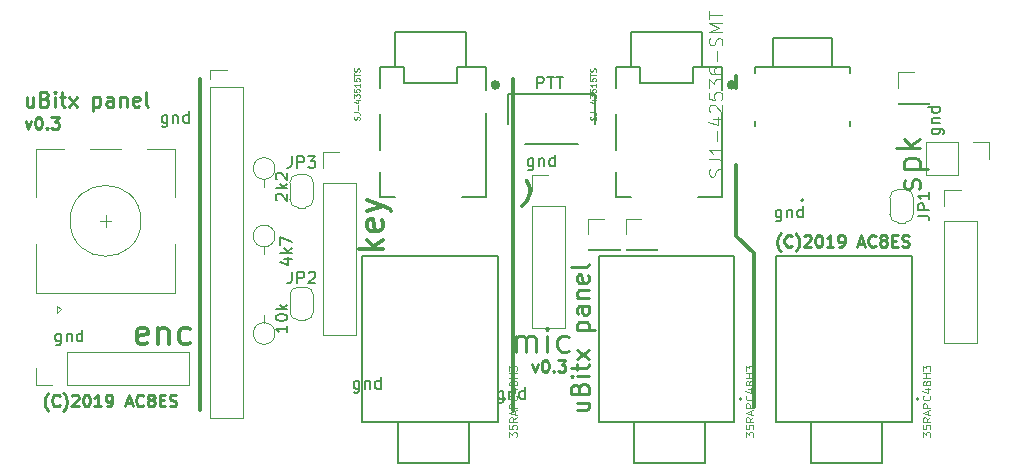
<source format=gto>
G04 #@! TF.GenerationSoftware,KiCad,Pcbnew,(5.1.0-0)*
G04 #@! TF.CreationDate,2019-04-18T20:26:35-04:00*
G04 #@! TF.ProjectId,ubitx_panel,75626974-785f-4706-916e-656c2e6b6963,0.1*
G04 #@! TF.SameCoordinates,Original*
G04 #@! TF.FileFunction,Legend,Top*
G04 #@! TF.FilePolarity,Positive*
%FSLAX46Y46*%
G04 Gerber Fmt 4.6, Leading zero omitted, Abs format (unit mm)*
G04 Created by KiCad (PCBNEW (5.1.0-0)) date 2019-04-18 20:26:35*
%MOMM*%
%LPD*%
G04 APERTURE LIST*
%ADD10C,0.150000*%
%ADD11C,0.300000*%
%ADD12C,0.200000*%
%ADD13C,0.250000*%
%ADD14C,0.120000*%
%ADD15C,0.127000*%
%ADD16C,0.400000*%
%ADD17C,0.050000*%
G04 APERTURE END LIST*
D10*
X166259260Y-92077753D02*
X166973546Y-92077753D01*
X167116403Y-92125372D01*
X167211641Y-92220610D01*
X167259260Y-92363467D01*
X167259260Y-92458705D01*
X167259260Y-91601562D02*
X166259260Y-91601562D01*
X166259260Y-91220610D01*
X166306880Y-91125372D01*
X166354499Y-91077753D01*
X166449737Y-91030134D01*
X166592594Y-91030134D01*
X166687832Y-91077753D01*
X166735451Y-91125372D01*
X166783070Y-91220610D01*
X166783070Y-91601562D01*
X167259260Y-90077753D02*
X167259260Y-90649181D01*
X167259260Y-90363467D02*
X166259260Y-90363467D01*
X166402118Y-90458705D01*
X166497356Y-90553943D01*
X166544975Y-90649181D01*
X113268546Y-96792800D02*
X113268546Y-97507086D01*
X113220927Y-97649943D01*
X113125689Y-97745181D01*
X112982832Y-97792800D01*
X112887594Y-97792800D01*
X113744737Y-97792800D02*
X113744737Y-96792800D01*
X114125689Y-96792800D01*
X114220927Y-96840420D01*
X114268546Y-96888039D01*
X114316165Y-96983277D01*
X114316165Y-97126134D01*
X114268546Y-97221372D01*
X114220927Y-97268991D01*
X114125689Y-97316610D01*
X113744737Y-97316610D01*
X114697118Y-96888039D02*
X114744737Y-96840420D01*
X114839975Y-96792800D01*
X115078070Y-96792800D01*
X115173308Y-96840420D01*
X115220927Y-96888039D01*
X115268546Y-96983277D01*
X115268546Y-97078515D01*
X115220927Y-97221372D01*
X114649499Y-97792800D01*
X115268546Y-97792800D01*
X113268546Y-87013800D02*
X113268546Y-87728086D01*
X113220927Y-87870943D01*
X113125689Y-87966181D01*
X112982832Y-88013800D01*
X112887594Y-88013800D01*
X113744737Y-88013800D02*
X113744737Y-87013800D01*
X114125689Y-87013800D01*
X114220927Y-87061420D01*
X114268546Y-87109039D01*
X114316165Y-87204277D01*
X114316165Y-87347134D01*
X114268546Y-87442372D01*
X114220927Y-87489991D01*
X114125689Y-87537610D01*
X113744737Y-87537610D01*
X114649499Y-87013800D02*
X115268546Y-87013800D01*
X114935213Y-87394753D01*
X115078070Y-87394753D01*
X115173308Y-87442372D01*
X115220927Y-87489991D01*
X115268546Y-87585229D01*
X115268546Y-87823324D01*
X115220927Y-87918562D01*
X115173308Y-87966181D01*
X115078070Y-88013800D01*
X114792356Y-88013800D01*
X114697118Y-87966181D01*
X114649499Y-87918562D01*
X134033070Y-81282800D02*
X134033070Y-80282800D01*
X134414022Y-80282800D01*
X134509260Y-80330420D01*
X134556880Y-80378039D01*
X134604499Y-80473277D01*
X134604499Y-80616134D01*
X134556880Y-80711372D01*
X134509260Y-80758991D01*
X134414022Y-80806610D01*
X134033070Y-80806610D01*
X134890213Y-80282800D02*
X135461641Y-80282800D01*
X135175927Y-81282800D02*
X135175927Y-80282800D01*
X135652118Y-80282800D02*
X136223546Y-80282800D01*
X135937832Y-81282800D02*
X135937832Y-80282800D01*
D11*
X132770880Y-91244420D02*
G75*
G03X133151880Y-89085420I-889000J1270000D01*
G01*
D12*
X112903260Y-101364658D02*
X112903260Y-101936086D01*
X112903260Y-101650372D02*
X111903260Y-101650372D01*
X112046118Y-101745610D01*
X112141356Y-101840848D01*
X112188975Y-101936086D01*
X111903260Y-100745610D02*
X111903260Y-100650372D01*
X111950880Y-100555134D01*
X111998499Y-100507515D01*
X112093737Y-100459896D01*
X112284213Y-100412277D01*
X112522308Y-100412277D01*
X112712784Y-100459896D01*
X112808022Y-100507515D01*
X112855641Y-100555134D01*
X112903260Y-100650372D01*
X112903260Y-100745610D01*
X112855641Y-100840848D01*
X112808022Y-100888467D01*
X112712784Y-100936086D01*
X112522308Y-100983705D01*
X112284213Y-100983705D01*
X112093737Y-100936086D01*
X111998499Y-100888467D01*
X111950880Y-100840848D01*
X111903260Y-100745610D01*
X112903260Y-99983705D02*
X111903260Y-99983705D01*
X112522308Y-99888467D02*
X112903260Y-99602753D01*
X112236594Y-99602753D02*
X112617546Y-99983705D01*
X111998499Y-90760086D02*
X111950880Y-90712467D01*
X111903260Y-90617229D01*
X111903260Y-90379134D01*
X111950880Y-90283896D01*
X111998499Y-90236277D01*
X112093737Y-90188658D01*
X112188975Y-90188658D01*
X112331832Y-90236277D01*
X112903260Y-90807705D01*
X112903260Y-90188658D01*
X112903260Y-89760086D02*
X111903260Y-89760086D01*
X112522308Y-89664848D02*
X112903260Y-89379134D01*
X112236594Y-89379134D02*
X112617546Y-89760086D01*
X111998499Y-88998181D02*
X111950880Y-88950562D01*
X111903260Y-88855324D01*
X111903260Y-88617229D01*
X111950880Y-88521991D01*
X111998499Y-88474372D01*
X112093737Y-88426753D01*
X112188975Y-88426753D01*
X112331832Y-88474372D01*
X112903260Y-89045800D01*
X112903260Y-88426753D01*
D13*
X133628308Y-104619134D02*
X133866403Y-105285800D01*
X134104499Y-104619134D01*
X134675927Y-104285800D02*
X134771165Y-104285800D01*
X134866403Y-104333420D01*
X134914022Y-104381039D01*
X134961641Y-104476277D01*
X135009260Y-104666753D01*
X135009260Y-104904848D01*
X134961641Y-105095324D01*
X134914022Y-105190562D01*
X134866403Y-105238181D01*
X134771165Y-105285800D01*
X134675927Y-105285800D01*
X134580689Y-105238181D01*
X134533070Y-105190562D01*
X134485451Y-105095324D01*
X134437832Y-104904848D01*
X134437832Y-104666753D01*
X134485451Y-104476277D01*
X134533070Y-104381039D01*
X134580689Y-104333420D01*
X134675927Y-104285800D01*
X135437832Y-105190562D02*
X135485451Y-105238181D01*
X135437832Y-105285800D01*
X135390213Y-105238181D01*
X135437832Y-105190562D01*
X135437832Y-105285800D01*
X135818784Y-104285800D02*
X136437832Y-104285800D01*
X136104499Y-104666753D01*
X136247356Y-104666753D01*
X136342594Y-104714372D01*
X136390213Y-104761991D01*
X136437832Y-104857229D01*
X136437832Y-105095324D01*
X136390213Y-105190562D01*
X136342594Y-105238181D01*
X136247356Y-105285800D01*
X135961641Y-105285800D01*
X135866403Y-105238181D01*
X135818784Y-105190562D01*
X90733308Y-84045134D02*
X90971403Y-84711800D01*
X91209499Y-84045134D01*
X91780927Y-83711800D02*
X91876165Y-83711800D01*
X91971403Y-83759420D01*
X92019022Y-83807039D01*
X92066641Y-83902277D01*
X92114260Y-84092753D01*
X92114260Y-84330848D01*
X92066641Y-84521324D01*
X92019022Y-84616562D01*
X91971403Y-84664181D01*
X91876165Y-84711800D01*
X91780927Y-84711800D01*
X91685689Y-84664181D01*
X91638070Y-84616562D01*
X91590451Y-84521324D01*
X91542832Y-84330848D01*
X91542832Y-84092753D01*
X91590451Y-83902277D01*
X91638070Y-83807039D01*
X91685689Y-83759420D01*
X91780927Y-83711800D01*
X92542832Y-84616562D02*
X92590451Y-84664181D01*
X92542832Y-84711800D01*
X92495213Y-84664181D01*
X92542832Y-84616562D01*
X92542832Y-84711800D01*
X92923784Y-83711800D02*
X93542832Y-83711800D01*
X93209499Y-84092753D01*
X93352356Y-84092753D01*
X93447594Y-84140372D01*
X93495213Y-84187991D01*
X93542832Y-84283229D01*
X93542832Y-84521324D01*
X93495213Y-84616562D01*
X93447594Y-84664181D01*
X93352356Y-84711800D01*
X93066641Y-84711800D01*
X92971403Y-84664181D01*
X92923784Y-84616562D01*
D12*
X118971403Y-106045134D02*
X118971403Y-106854658D01*
X118923784Y-106949896D01*
X118876165Y-106997515D01*
X118780927Y-107045134D01*
X118638070Y-107045134D01*
X118542832Y-106997515D01*
X118971403Y-106664181D02*
X118876165Y-106711800D01*
X118685689Y-106711800D01*
X118590451Y-106664181D01*
X118542832Y-106616562D01*
X118495213Y-106521324D01*
X118495213Y-106235610D01*
X118542832Y-106140372D01*
X118590451Y-106092753D01*
X118685689Y-106045134D01*
X118876165Y-106045134D01*
X118971403Y-106092753D01*
X119447594Y-106045134D02*
X119447594Y-106711800D01*
X119447594Y-106140372D02*
X119495213Y-106092753D01*
X119590451Y-106045134D01*
X119733308Y-106045134D01*
X119828546Y-106092753D01*
X119876165Y-106187991D01*
X119876165Y-106711800D01*
X120780927Y-106711800D02*
X120780927Y-105711800D01*
X120780927Y-106664181D02*
X120685689Y-106711800D01*
X120495213Y-106711800D01*
X120399975Y-106664181D01*
X120352356Y-106616562D01*
X120304737Y-106521324D01*
X120304737Y-106235610D01*
X120352356Y-106140372D01*
X120399975Y-106092753D01*
X120495213Y-106045134D01*
X120685689Y-106045134D01*
X120780927Y-106092753D01*
D13*
X166346403Y-89831277D02*
X166441641Y-89640800D01*
X166441641Y-89259848D01*
X166346403Y-89069372D01*
X166155927Y-88974134D01*
X166060689Y-88974134D01*
X165870213Y-89069372D01*
X165774975Y-89259848D01*
X165774975Y-89545562D01*
X165679737Y-89736039D01*
X165489260Y-89831277D01*
X165394022Y-89831277D01*
X165203546Y-89736039D01*
X165108308Y-89545562D01*
X165108308Y-89259848D01*
X165203546Y-89069372D01*
X165108308Y-88116991D02*
X167108308Y-88116991D01*
X165203546Y-88116991D02*
X165108308Y-87926515D01*
X165108308Y-87545562D01*
X165203546Y-87355086D01*
X165298784Y-87259848D01*
X165489260Y-87164610D01*
X166060689Y-87164610D01*
X166251165Y-87259848D01*
X166346403Y-87355086D01*
X166441641Y-87545562D01*
X166441641Y-87926515D01*
X166346403Y-88116991D01*
X166441641Y-86307467D02*
X164441641Y-86307467D01*
X165679737Y-86116991D02*
X166441641Y-85545562D01*
X165108308Y-85545562D02*
X165870213Y-86307467D01*
X137402451Y-107884705D02*
X138402451Y-107884705D01*
X137402451Y-108527562D02*
X138188165Y-108527562D01*
X138331022Y-108456134D01*
X138402451Y-108313277D01*
X138402451Y-108098991D01*
X138331022Y-107956134D01*
X138259594Y-107884705D01*
X137616737Y-106670420D02*
X137688165Y-106456134D01*
X137759594Y-106384705D01*
X137902451Y-106313277D01*
X138116737Y-106313277D01*
X138259594Y-106384705D01*
X138331022Y-106456134D01*
X138402451Y-106598991D01*
X138402451Y-107170420D01*
X136902451Y-107170420D01*
X136902451Y-106670420D01*
X136973880Y-106527562D01*
X137045308Y-106456134D01*
X137188165Y-106384705D01*
X137331022Y-106384705D01*
X137473880Y-106456134D01*
X137545308Y-106527562D01*
X137616737Y-106670420D01*
X137616737Y-107170420D01*
X138402451Y-105670420D02*
X137402451Y-105670420D01*
X136902451Y-105670420D02*
X136973880Y-105741848D01*
X137045308Y-105670420D01*
X136973880Y-105598991D01*
X136902451Y-105670420D01*
X137045308Y-105670420D01*
X137402451Y-105170420D02*
X137402451Y-104598991D01*
X136902451Y-104956134D02*
X138188165Y-104956134D01*
X138331022Y-104884705D01*
X138402451Y-104741848D01*
X138402451Y-104598991D01*
X138402451Y-104241848D02*
X137402451Y-103456134D01*
X137402451Y-104241848D02*
X138402451Y-103456134D01*
X137402451Y-101741848D02*
X138902451Y-101741848D01*
X137473880Y-101741848D02*
X137402451Y-101598991D01*
X137402451Y-101313277D01*
X137473880Y-101170420D01*
X137545308Y-101098991D01*
X137688165Y-101027562D01*
X138116737Y-101027562D01*
X138259594Y-101098991D01*
X138331022Y-101170420D01*
X138402451Y-101313277D01*
X138402451Y-101598991D01*
X138331022Y-101741848D01*
X138402451Y-99741848D02*
X137616737Y-99741848D01*
X137473880Y-99813277D01*
X137402451Y-99956134D01*
X137402451Y-100241848D01*
X137473880Y-100384705D01*
X138331022Y-99741848D02*
X138402451Y-99884705D01*
X138402451Y-100241848D01*
X138331022Y-100384705D01*
X138188165Y-100456134D01*
X138045308Y-100456134D01*
X137902451Y-100384705D01*
X137831022Y-100241848D01*
X137831022Y-99884705D01*
X137759594Y-99741848D01*
X137402451Y-99027562D02*
X138402451Y-99027562D01*
X137545308Y-99027562D02*
X137473880Y-98956134D01*
X137402451Y-98813277D01*
X137402451Y-98598991D01*
X137473880Y-98456134D01*
X137616737Y-98384705D01*
X138402451Y-98384705D01*
X138331022Y-97098991D02*
X138402451Y-97241848D01*
X138402451Y-97527562D01*
X138331022Y-97670420D01*
X138188165Y-97741848D01*
X137616737Y-97741848D01*
X137473880Y-97670420D01*
X137402451Y-97527562D01*
X137402451Y-97241848D01*
X137473880Y-97098991D01*
X137616737Y-97027562D01*
X137759594Y-97027562D01*
X137902451Y-97741848D01*
X138402451Y-96170420D02*
X138331022Y-96313277D01*
X138188165Y-96384705D01*
X136902451Y-96384705D01*
D12*
X154721403Y-91545134D02*
X154721403Y-92354658D01*
X154673784Y-92449896D01*
X154626165Y-92497515D01*
X154530927Y-92545134D01*
X154388070Y-92545134D01*
X154292832Y-92497515D01*
X154721403Y-92164181D02*
X154626165Y-92211800D01*
X154435689Y-92211800D01*
X154340451Y-92164181D01*
X154292832Y-92116562D01*
X154245213Y-92021324D01*
X154245213Y-91735610D01*
X154292832Y-91640372D01*
X154340451Y-91592753D01*
X154435689Y-91545134D01*
X154626165Y-91545134D01*
X154721403Y-91592753D01*
X155197594Y-91545134D02*
X155197594Y-92211800D01*
X155197594Y-91640372D02*
X155245213Y-91592753D01*
X155340451Y-91545134D01*
X155483308Y-91545134D01*
X155578546Y-91592753D01*
X155626165Y-91687991D01*
X155626165Y-92211800D01*
X156530927Y-92211800D02*
X156530927Y-91211800D01*
X156530927Y-92164181D02*
X156435689Y-92211800D01*
X156245213Y-92211800D01*
X156149975Y-92164181D01*
X156102356Y-92116562D01*
X156054737Y-92021324D01*
X156054737Y-91735610D01*
X156102356Y-91640372D01*
X156149975Y-91592753D01*
X156245213Y-91545134D01*
X156435689Y-91545134D01*
X156530927Y-91592753D01*
X167447594Y-84699896D02*
X168257118Y-84699896D01*
X168352356Y-84747515D01*
X168399975Y-84795134D01*
X168447594Y-84890372D01*
X168447594Y-85033229D01*
X168399975Y-85128467D01*
X168066641Y-84699896D02*
X168114260Y-84795134D01*
X168114260Y-84985610D01*
X168066641Y-85080848D01*
X168019022Y-85128467D01*
X167923784Y-85176086D01*
X167638070Y-85176086D01*
X167542832Y-85128467D01*
X167495213Y-85080848D01*
X167447594Y-84985610D01*
X167447594Y-84795134D01*
X167495213Y-84699896D01*
X167447594Y-84223705D02*
X168114260Y-84223705D01*
X167542832Y-84223705D02*
X167495213Y-84176086D01*
X167447594Y-84080848D01*
X167447594Y-83937991D01*
X167495213Y-83842753D01*
X167590451Y-83795134D01*
X168114260Y-83795134D01*
X168114260Y-82890372D02*
X167114260Y-82890372D01*
X168066641Y-82890372D02*
X168114260Y-82985610D01*
X168114260Y-83176086D01*
X168066641Y-83271324D01*
X168019022Y-83318943D01*
X167923784Y-83366562D01*
X167638070Y-83366562D01*
X167542832Y-83318943D01*
X167495213Y-83271324D01*
X167447594Y-83176086D01*
X167447594Y-82985610D01*
X167495213Y-82890372D01*
X133731403Y-87220134D02*
X133731403Y-88029658D01*
X133683784Y-88124896D01*
X133636165Y-88172515D01*
X133540927Y-88220134D01*
X133398070Y-88220134D01*
X133302832Y-88172515D01*
X133731403Y-87839181D02*
X133636165Y-87886800D01*
X133445689Y-87886800D01*
X133350451Y-87839181D01*
X133302832Y-87791562D01*
X133255213Y-87696324D01*
X133255213Y-87410610D01*
X133302832Y-87315372D01*
X133350451Y-87267753D01*
X133445689Y-87220134D01*
X133636165Y-87220134D01*
X133731403Y-87267753D01*
X134207594Y-87220134D02*
X134207594Y-87886800D01*
X134207594Y-87315372D02*
X134255213Y-87267753D01*
X134350451Y-87220134D01*
X134493308Y-87220134D01*
X134588546Y-87267753D01*
X134636165Y-87362991D01*
X134636165Y-87886800D01*
X135540927Y-87886800D02*
X135540927Y-86886800D01*
X135540927Y-87839181D02*
X135445689Y-87886800D01*
X135255213Y-87886800D01*
X135159975Y-87839181D01*
X135112356Y-87791562D01*
X135064737Y-87696324D01*
X135064737Y-87410610D01*
X135112356Y-87315372D01*
X135159975Y-87267753D01*
X135255213Y-87220134D01*
X135445689Y-87220134D01*
X135540927Y-87267753D01*
X131191403Y-106905134D02*
X131191403Y-107714658D01*
X131143784Y-107809896D01*
X131096165Y-107857515D01*
X131000927Y-107905134D01*
X130858070Y-107905134D01*
X130762832Y-107857515D01*
X131191403Y-107524181D02*
X131096165Y-107571800D01*
X130905689Y-107571800D01*
X130810451Y-107524181D01*
X130762832Y-107476562D01*
X130715213Y-107381324D01*
X130715213Y-107095610D01*
X130762832Y-107000372D01*
X130810451Y-106952753D01*
X130905689Y-106905134D01*
X131096165Y-106905134D01*
X131191403Y-106952753D01*
X131667594Y-106905134D02*
X131667594Y-107571800D01*
X131667594Y-107000372D02*
X131715213Y-106952753D01*
X131810451Y-106905134D01*
X131953308Y-106905134D01*
X132048546Y-106952753D01*
X132096165Y-107047991D01*
X132096165Y-107571800D01*
X133000927Y-107571800D02*
X133000927Y-106571800D01*
X133000927Y-107524181D02*
X132905689Y-107571800D01*
X132715213Y-107571800D01*
X132619975Y-107524181D01*
X132572356Y-107476562D01*
X132524737Y-107381324D01*
X132524737Y-107095610D01*
X132572356Y-107000372D01*
X132619975Y-106952753D01*
X132715213Y-106905134D01*
X132905689Y-106905134D01*
X133000927Y-106952753D01*
X93721403Y-102045134D02*
X93721403Y-102854658D01*
X93673784Y-102949896D01*
X93626165Y-102997515D01*
X93530927Y-103045134D01*
X93388070Y-103045134D01*
X93292832Y-102997515D01*
X93721403Y-102664181D02*
X93626165Y-102711800D01*
X93435689Y-102711800D01*
X93340451Y-102664181D01*
X93292832Y-102616562D01*
X93245213Y-102521324D01*
X93245213Y-102235610D01*
X93292832Y-102140372D01*
X93340451Y-102092753D01*
X93435689Y-102045134D01*
X93626165Y-102045134D01*
X93721403Y-102092753D01*
X94197594Y-102045134D02*
X94197594Y-102711800D01*
X94197594Y-102140372D02*
X94245213Y-102092753D01*
X94340451Y-102045134D01*
X94483308Y-102045134D01*
X94578546Y-102092753D01*
X94626165Y-102187991D01*
X94626165Y-102711800D01*
X95530927Y-102711800D02*
X95530927Y-101711800D01*
X95530927Y-102664181D02*
X95435689Y-102711800D01*
X95245213Y-102711800D01*
X95149975Y-102664181D01*
X95102356Y-102616562D01*
X95054737Y-102521324D01*
X95054737Y-102235610D01*
X95102356Y-102140372D01*
X95149975Y-102092753D01*
X95245213Y-102045134D01*
X95435689Y-102045134D01*
X95530927Y-102092753D01*
X102721403Y-83545134D02*
X102721403Y-84354658D01*
X102673784Y-84449896D01*
X102626165Y-84497515D01*
X102530927Y-84545134D01*
X102388070Y-84545134D01*
X102292832Y-84497515D01*
X102721403Y-84164181D02*
X102626165Y-84211800D01*
X102435689Y-84211800D01*
X102340451Y-84164181D01*
X102292832Y-84116562D01*
X102245213Y-84021324D01*
X102245213Y-83735610D01*
X102292832Y-83640372D01*
X102340451Y-83592753D01*
X102435689Y-83545134D01*
X102626165Y-83545134D01*
X102721403Y-83592753D01*
X103197594Y-83545134D02*
X103197594Y-84211800D01*
X103197594Y-83640372D02*
X103245213Y-83592753D01*
X103340451Y-83545134D01*
X103483308Y-83545134D01*
X103578546Y-83592753D01*
X103626165Y-83687991D01*
X103626165Y-84211800D01*
X104530927Y-84211800D02*
X104530927Y-83211800D01*
X104530927Y-84164181D02*
X104435689Y-84211800D01*
X104245213Y-84211800D01*
X104149975Y-84164181D01*
X104102356Y-84116562D01*
X104054737Y-84021324D01*
X104054737Y-83735610D01*
X104102356Y-83640372D01*
X104149975Y-83592753D01*
X104245213Y-83545134D01*
X104435689Y-83545134D01*
X104530927Y-83592753D01*
D13*
X91358308Y-81991562D02*
X91358308Y-82824896D01*
X90822594Y-81991562D02*
X90822594Y-82646324D01*
X90882118Y-82765372D01*
X91001165Y-82824896D01*
X91179737Y-82824896D01*
X91298784Y-82765372D01*
X91358308Y-82705848D01*
X92370213Y-82170134D02*
X92548784Y-82229658D01*
X92608308Y-82289181D01*
X92667832Y-82408229D01*
X92667832Y-82586800D01*
X92608308Y-82705848D01*
X92548784Y-82765372D01*
X92429737Y-82824896D01*
X91953546Y-82824896D01*
X91953546Y-81574896D01*
X92370213Y-81574896D01*
X92489260Y-81634420D01*
X92548784Y-81693943D01*
X92608308Y-81812991D01*
X92608308Y-81932039D01*
X92548784Y-82051086D01*
X92489260Y-82110610D01*
X92370213Y-82170134D01*
X91953546Y-82170134D01*
X93203546Y-82824896D02*
X93203546Y-81991562D01*
X93203546Y-81574896D02*
X93144022Y-81634420D01*
X93203546Y-81693943D01*
X93263070Y-81634420D01*
X93203546Y-81574896D01*
X93203546Y-81693943D01*
X93620213Y-81991562D02*
X94096403Y-81991562D01*
X93798784Y-81574896D02*
X93798784Y-82646324D01*
X93858308Y-82765372D01*
X93977356Y-82824896D01*
X94096403Y-82824896D01*
X94394022Y-82824896D02*
X95048784Y-81991562D01*
X94394022Y-81991562D02*
X95048784Y-82824896D01*
X96477356Y-81991562D02*
X96477356Y-83241562D01*
X96477356Y-82051086D02*
X96596403Y-81991562D01*
X96834499Y-81991562D01*
X96953546Y-82051086D01*
X97013070Y-82110610D01*
X97072594Y-82229658D01*
X97072594Y-82586800D01*
X97013070Y-82705848D01*
X96953546Y-82765372D01*
X96834499Y-82824896D01*
X96596403Y-82824896D01*
X96477356Y-82765372D01*
X98144022Y-82824896D02*
X98144022Y-82170134D01*
X98084499Y-82051086D01*
X97965451Y-81991562D01*
X97727356Y-81991562D01*
X97608308Y-82051086D01*
X98144022Y-82765372D02*
X98024975Y-82824896D01*
X97727356Y-82824896D01*
X97608308Y-82765372D01*
X97548784Y-82646324D01*
X97548784Y-82527277D01*
X97608308Y-82408229D01*
X97727356Y-82348705D01*
X98024975Y-82348705D01*
X98144022Y-82289181D01*
X98739260Y-81991562D02*
X98739260Y-82824896D01*
X98739260Y-82110610D02*
X98798784Y-82051086D01*
X98917832Y-81991562D01*
X99096403Y-81991562D01*
X99215451Y-82051086D01*
X99274975Y-82170134D01*
X99274975Y-82824896D01*
X100346403Y-82765372D02*
X100227356Y-82824896D01*
X99989260Y-82824896D01*
X99870213Y-82765372D01*
X99810689Y-82646324D01*
X99810689Y-82170134D01*
X99870213Y-82051086D01*
X99989260Y-81991562D01*
X100227356Y-81991562D01*
X100346403Y-82051086D01*
X100405927Y-82170134D01*
X100405927Y-82289181D01*
X99810689Y-82408229D01*
X101120213Y-82824896D02*
X101001165Y-82765372D01*
X100941641Y-82646324D01*
X100941641Y-81574896D01*
D11*
X105500000Y-80500000D02*
X105500000Y-108500000D01*
D13*
X154649975Y-95092753D02*
X154602356Y-95045134D01*
X154507118Y-94902277D01*
X154459499Y-94807039D01*
X154411880Y-94664181D01*
X154364260Y-94426086D01*
X154364260Y-94235610D01*
X154411880Y-93997515D01*
X154459499Y-93854658D01*
X154507118Y-93759420D01*
X154602356Y-93616562D01*
X154649975Y-93568943D01*
X155602356Y-94616562D02*
X155554737Y-94664181D01*
X155411880Y-94711800D01*
X155316641Y-94711800D01*
X155173784Y-94664181D01*
X155078546Y-94568943D01*
X155030927Y-94473705D01*
X154983308Y-94283229D01*
X154983308Y-94140372D01*
X155030927Y-93949896D01*
X155078546Y-93854658D01*
X155173784Y-93759420D01*
X155316641Y-93711800D01*
X155411880Y-93711800D01*
X155554737Y-93759420D01*
X155602356Y-93807039D01*
X155935689Y-95092753D02*
X155983308Y-95045134D01*
X156078546Y-94902277D01*
X156126165Y-94807039D01*
X156173784Y-94664181D01*
X156221403Y-94426086D01*
X156221403Y-94235610D01*
X156173784Y-93997515D01*
X156126165Y-93854658D01*
X156078546Y-93759420D01*
X155983308Y-93616562D01*
X155935689Y-93568943D01*
X156649975Y-93807039D02*
X156697594Y-93759420D01*
X156792832Y-93711800D01*
X157030927Y-93711800D01*
X157126165Y-93759420D01*
X157173784Y-93807039D01*
X157221403Y-93902277D01*
X157221403Y-93997515D01*
X157173784Y-94140372D01*
X156602356Y-94711800D01*
X157221403Y-94711800D01*
X157840451Y-93711800D02*
X157935689Y-93711800D01*
X158030927Y-93759420D01*
X158078546Y-93807039D01*
X158126165Y-93902277D01*
X158173784Y-94092753D01*
X158173784Y-94330848D01*
X158126165Y-94521324D01*
X158078546Y-94616562D01*
X158030927Y-94664181D01*
X157935689Y-94711800D01*
X157840451Y-94711800D01*
X157745213Y-94664181D01*
X157697594Y-94616562D01*
X157649975Y-94521324D01*
X157602356Y-94330848D01*
X157602356Y-94092753D01*
X157649975Y-93902277D01*
X157697594Y-93807039D01*
X157745213Y-93759420D01*
X157840451Y-93711800D01*
X159126165Y-94711800D02*
X158554737Y-94711800D01*
X158840451Y-94711800D02*
X158840451Y-93711800D01*
X158745213Y-93854658D01*
X158649975Y-93949896D01*
X158554737Y-93997515D01*
X159602356Y-94711800D02*
X159792832Y-94711800D01*
X159888070Y-94664181D01*
X159935689Y-94616562D01*
X160030927Y-94473705D01*
X160078546Y-94283229D01*
X160078546Y-93902277D01*
X160030927Y-93807039D01*
X159983308Y-93759420D01*
X159888070Y-93711800D01*
X159697594Y-93711800D01*
X159602356Y-93759420D01*
X159554737Y-93807039D01*
X159507118Y-93902277D01*
X159507118Y-94140372D01*
X159554737Y-94235610D01*
X159602356Y-94283229D01*
X159697594Y-94330848D01*
X159888070Y-94330848D01*
X159983308Y-94283229D01*
X160030927Y-94235610D01*
X160078546Y-94140372D01*
X161221403Y-94426086D02*
X161697594Y-94426086D01*
X161126165Y-94711800D02*
X161459499Y-93711800D01*
X161792832Y-94711800D01*
X162697594Y-94616562D02*
X162649975Y-94664181D01*
X162507118Y-94711800D01*
X162411880Y-94711800D01*
X162269022Y-94664181D01*
X162173784Y-94568943D01*
X162126165Y-94473705D01*
X162078546Y-94283229D01*
X162078546Y-94140372D01*
X162126165Y-93949896D01*
X162173784Y-93854658D01*
X162269022Y-93759420D01*
X162411880Y-93711800D01*
X162507118Y-93711800D01*
X162649975Y-93759420D01*
X162697594Y-93807039D01*
X163269022Y-94140372D02*
X163173784Y-94092753D01*
X163126165Y-94045134D01*
X163078546Y-93949896D01*
X163078546Y-93902277D01*
X163126165Y-93807039D01*
X163173784Y-93759420D01*
X163269022Y-93711800D01*
X163459499Y-93711800D01*
X163554737Y-93759420D01*
X163602356Y-93807039D01*
X163649975Y-93902277D01*
X163649975Y-93949896D01*
X163602356Y-94045134D01*
X163554737Y-94092753D01*
X163459499Y-94140372D01*
X163269022Y-94140372D01*
X163173784Y-94187991D01*
X163126165Y-94235610D01*
X163078546Y-94330848D01*
X163078546Y-94521324D01*
X163126165Y-94616562D01*
X163173784Y-94664181D01*
X163269022Y-94711800D01*
X163459499Y-94711800D01*
X163554737Y-94664181D01*
X163602356Y-94616562D01*
X163649975Y-94521324D01*
X163649975Y-94330848D01*
X163602356Y-94235610D01*
X163554737Y-94187991D01*
X163459499Y-94140372D01*
X164078546Y-94187991D02*
X164411880Y-94187991D01*
X164554737Y-94711800D02*
X164078546Y-94711800D01*
X164078546Y-93711800D01*
X164554737Y-93711800D01*
X164935689Y-94664181D02*
X165078546Y-94711800D01*
X165316641Y-94711800D01*
X165411880Y-94664181D01*
X165459499Y-94616562D01*
X165507118Y-94521324D01*
X165507118Y-94426086D01*
X165459499Y-94330848D01*
X165411880Y-94283229D01*
X165316641Y-94235610D01*
X165126165Y-94187991D01*
X165030927Y-94140372D01*
X164983308Y-94092753D01*
X164935689Y-93997515D01*
X164935689Y-93902277D01*
X164983308Y-93807039D01*
X165030927Y-93759420D01*
X165126165Y-93711800D01*
X165364260Y-93711800D01*
X165507118Y-93759420D01*
X92649975Y-108592753D02*
X92602356Y-108545134D01*
X92507118Y-108402277D01*
X92459499Y-108307039D01*
X92411880Y-108164181D01*
X92364260Y-107926086D01*
X92364260Y-107735610D01*
X92411880Y-107497515D01*
X92459499Y-107354658D01*
X92507118Y-107259420D01*
X92602356Y-107116562D01*
X92649975Y-107068943D01*
X93602356Y-108116562D02*
X93554737Y-108164181D01*
X93411880Y-108211800D01*
X93316641Y-108211800D01*
X93173784Y-108164181D01*
X93078546Y-108068943D01*
X93030927Y-107973705D01*
X92983308Y-107783229D01*
X92983308Y-107640372D01*
X93030927Y-107449896D01*
X93078546Y-107354658D01*
X93173784Y-107259420D01*
X93316641Y-107211800D01*
X93411880Y-107211800D01*
X93554737Y-107259420D01*
X93602356Y-107307039D01*
X93935689Y-108592753D02*
X93983308Y-108545134D01*
X94078546Y-108402277D01*
X94126165Y-108307039D01*
X94173784Y-108164181D01*
X94221403Y-107926086D01*
X94221403Y-107735610D01*
X94173784Y-107497515D01*
X94126165Y-107354658D01*
X94078546Y-107259420D01*
X93983308Y-107116562D01*
X93935689Y-107068943D01*
X94649975Y-107307039D02*
X94697594Y-107259420D01*
X94792832Y-107211800D01*
X95030927Y-107211800D01*
X95126165Y-107259420D01*
X95173784Y-107307039D01*
X95221403Y-107402277D01*
X95221403Y-107497515D01*
X95173784Y-107640372D01*
X94602356Y-108211800D01*
X95221403Y-108211800D01*
X95840451Y-107211800D02*
X95935689Y-107211800D01*
X96030927Y-107259420D01*
X96078546Y-107307039D01*
X96126165Y-107402277D01*
X96173784Y-107592753D01*
X96173784Y-107830848D01*
X96126165Y-108021324D01*
X96078546Y-108116562D01*
X96030927Y-108164181D01*
X95935689Y-108211800D01*
X95840451Y-108211800D01*
X95745213Y-108164181D01*
X95697594Y-108116562D01*
X95649975Y-108021324D01*
X95602356Y-107830848D01*
X95602356Y-107592753D01*
X95649975Y-107402277D01*
X95697594Y-107307039D01*
X95745213Y-107259420D01*
X95840451Y-107211800D01*
X97126165Y-108211800D02*
X96554737Y-108211800D01*
X96840451Y-108211800D02*
X96840451Y-107211800D01*
X96745213Y-107354658D01*
X96649975Y-107449896D01*
X96554737Y-107497515D01*
X97602356Y-108211800D02*
X97792832Y-108211800D01*
X97888070Y-108164181D01*
X97935689Y-108116562D01*
X98030927Y-107973705D01*
X98078546Y-107783229D01*
X98078546Y-107402277D01*
X98030927Y-107307039D01*
X97983308Y-107259420D01*
X97888070Y-107211800D01*
X97697594Y-107211800D01*
X97602356Y-107259420D01*
X97554737Y-107307039D01*
X97507118Y-107402277D01*
X97507118Y-107640372D01*
X97554737Y-107735610D01*
X97602356Y-107783229D01*
X97697594Y-107830848D01*
X97888070Y-107830848D01*
X97983308Y-107783229D01*
X98030927Y-107735610D01*
X98078546Y-107640372D01*
X99221403Y-107926086D02*
X99697594Y-107926086D01*
X99126165Y-108211800D02*
X99459499Y-107211800D01*
X99792832Y-108211800D01*
X100697594Y-108116562D02*
X100649975Y-108164181D01*
X100507118Y-108211800D01*
X100411880Y-108211800D01*
X100269022Y-108164181D01*
X100173784Y-108068943D01*
X100126165Y-107973705D01*
X100078546Y-107783229D01*
X100078546Y-107640372D01*
X100126165Y-107449896D01*
X100173784Y-107354658D01*
X100269022Y-107259420D01*
X100411880Y-107211800D01*
X100507118Y-107211800D01*
X100649975Y-107259420D01*
X100697594Y-107307039D01*
X101269022Y-107640372D02*
X101173784Y-107592753D01*
X101126165Y-107545134D01*
X101078546Y-107449896D01*
X101078546Y-107402277D01*
X101126165Y-107307039D01*
X101173784Y-107259420D01*
X101269022Y-107211800D01*
X101459499Y-107211800D01*
X101554737Y-107259420D01*
X101602356Y-107307039D01*
X101649975Y-107402277D01*
X101649975Y-107449896D01*
X101602356Y-107545134D01*
X101554737Y-107592753D01*
X101459499Y-107640372D01*
X101269022Y-107640372D01*
X101173784Y-107687991D01*
X101126165Y-107735610D01*
X101078546Y-107830848D01*
X101078546Y-108021324D01*
X101126165Y-108116562D01*
X101173784Y-108164181D01*
X101269022Y-108211800D01*
X101459499Y-108211800D01*
X101554737Y-108164181D01*
X101602356Y-108116562D01*
X101649975Y-108021324D01*
X101649975Y-107830848D01*
X101602356Y-107735610D01*
X101554737Y-107687991D01*
X101459499Y-107640372D01*
X102078546Y-107687991D02*
X102411880Y-107687991D01*
X102554737Y-108211800D02*
X102078546Y-108211800D01*
X102078546Y-107211800D01*
X102554737Y-107211800D01*
X102935689Y-108164181D02*
X103078546Y-108211800D01*
X103316641Y-108211800D01*
X103411880Y-108164181D01*
X103459499Y-108116562D01*
X103507118Y-108021324D01*
X103507118Y-107926086D01*
X103459499Y-107830848D01*
X103411880Y-107783229D01*
X103316641Y-107735610D01*
X103126165Y-107687991D01*
X103030927Y-107640372D01*
X102983308Y-107592753D01*
X102935689Y-107497515D01*
X102935689Y-107402277D01*
X102983308Y-107307039D01*
X103030927Y-107259420D01*
X103126165Y-107211800D01*
X103364260Y-107211800D01*
X103507118Y-107259420D01*
D12*
X112617594Y-95744896D02*
X113284260Y-95744896D01*
X112236641Y-95982991D02*
X112950927Y-96221086D01*
X112950927Y-95602039D01*
X113284260Y-95221086D02*
X112284260Y-95221086D01*
X112903308Y-95125848D02*
X113284260Y-94840134D01*
X112617594Y-94840134D02*
X112998546Y-95221086D01*
X112284260Y-94506800D02*
X112284260Y-93840134D01*
X113284260Y-94268705D01*
D11*
X150911880Y-81259420D02*
X150911880Y-80259420D01*
X150911880Y-93759420D02*
X150911880Y-87759420D01*
X152411880Y-95259420D02*
X150911880Y-93759420D01*
X152411880Y-108259420D02*
X152411880Y-95259420D01*
X132000000Y-80500000D02*
X132000000Y-108500000D01*
X101030927Y-102818943D02*
X100840451Y-102914181D01*
X100459499Y-102914181D01*
X100269022Y-102818943D01*
X100173784Y-102628467D01*
X100173784Y-101866562D01*
X100269022Y-101676086D01*
X100459499Y-101580848D01*
X100840451Y-101580848D01*
X101030927Y-101676086D01*
X101126165Y-101866562D01*
X101126165Y-102057039D01*
X100173784Y-102247515D01*
X101983308Y-101580848D02*
X101983308Y-102914181D01*
X101983308Y-101771324D02*
X102078546Y-101676086D01*
X102269022Y-101580848D01*
X102554737Y-101580848D01*
X102745213Y-101676086D01*
X102840451Y-101866562D01*
X102840451Y-102914181D01*
X104649975Y-102818943D02*
X104459499Y-102914181D01*
X104078546Y-102914181D01*
X103888070Y-102818943D01*
X103792832Y-102723705D01*
X103697594Y-102533229D01*
X103697594Y-101961800D01*
X103792832Y-101771324D01*
X103888070Y-101676086D01*
X104078546Y-101580848D01*
X104459499Y-101580848D01*
X104649975Y-101676086D01*
X120975641Y-94847800D02*
X118975641Y-94847800D01*
X120213737Y-94657324D02*
X120975641Y-94085896D01*
X119642308Y-94085896D02*
X120404213Y-94847800D01*
X120880403Y-92466848D02*
X120975641Y-92657324D01*
X120975641Y-93038277D01*
X120880403Y-93228753D01*
X120689927Y-93323991D01*
X119928022Y-93323991D01*
X119737546Y-93228753D01*
X119642308Y-93038277D01*
X119642308Y-92657324D01*
X119737546Y-92466848D01*
X119928022Y-92371610D01*
X120118499Y-92371610D01*
X120308975Y-93323991D01*
X119642308Y-91704943D02*
X120975641Y-91228753D01*
X119642308Y-90752562D02*
X120975641Y-91228753D01*
X121451832Y-91419229D01*
X121547070Y-91514467D01*
X121642308Y-91704943D01*
D13*
X132231403Y-103579181D02*
X132231403Y-102245848D01*
X132231403Y-102436324D02*
X132326641Y-102341086D01*
X132517118Y-102245848D01*
X132802832Y-102245848D01*
X132993308Y-102341086D01*
X133088546Y-102531562D01*
X133088546Y-103579181D01*
X133088546Y-102531562D02*
X133183784Y-102341086D01*
X133374260Y-102245848D01*
X133659975Y-102245848D01*
X133850451Y-102341086D01*
X133945689Y-102531562D01*
X133945689Y-103579181D01*
X134898070Y-103579181D02*
X134898070Y-102245848D01*
X134898070Y-101579181D02*
X134802832Y-101674420D01*
X134898070Y-101769658D01*
X134993308Y-101674420D01*
X134898070Y-101579181D01*
X134898070Y-101769658D01*
X136707594Y-103483943D02*
X136517118Y-103579181D01*
X136136165Y-103579181D01*
X135945689Y-103483943D01*
X135850451Y-103388705D01*
X135755213Y-103198229D01*
X135755213Y-102626800D01*
X135850451Y-102436324D01*
X135945689Y-102341086D01*
X136136165Y-102245848D01*
X136517118Y-102245848D01*
X136707594Y-102341086D01*
D14*
X163901880Y-91944420D02*
X163901880Y-90544420D01*
X164601880Y-89844420D02*
X165201880Y-89844420D01*
X165901880Y-90544420D02*
X165901880Y-91944420D01*
X165201880Y-92644420D02*
X164601880Y-92644420D01*
X164601880Y-92644420D02*
G75*
G02X163901880Y-91944420I0J700000D01*
G01*
X165901880Y-91944420D02*
G75*
G02X165201880Y-92644420I-700000J0D01*
G01*
X165201880Y-89844420D02*
G75*
G02X165901880Y-90544420I0J-700000D01*
G01*
X163901880Y-90544420D02*
G75*
G02X164601880Y-89844420I700000J0D01*
G01*
X110926880Y-88989420D02*
X110926880Y-89609420D01*
X111846880Y-88069420D02*
G75*
G03X111846880Y-88069420I-920000J0D01*
G01*
X110926880Y-94704420D02*
X110926880Y-95324420D01*
X111846880Y-93784420D02*
G75*
G03X111846880Y-93784420I-920000J0D01*
G01*
X110926880Y-101119420D02*
X110926880Y-100499420D01*
X111846880Y-102039420D02*
G75*
G03X111846880Y-102039420I-920000J0D01*
G01*
X113101880Y-89274420D02*
G75*
G02X113801880Y-88574420I700000J0D01*
G01*
X114401880Y-88574420D02*
G75*
G02X115101880Y-89274420I0J-700000D01*
G01*
X115101880Y-90674420D02*
G75*
G02X114401880Y-91374420I-700000J0D01*
G01*
X113801880Y-91374420D02*
G75*
G02X113101880Y-90674420I0J700000D01*
G01*
X114401880Y-91374420D02*
X113801880Y-91374420D01*
X115101880Y-89274420D02*
X115101880Y-90674420D01*
X113801880Y-88574420D02*
X114401880Y-88574420D01*
X113101880Y-90674420D02*
X113101880Y-89274420D01*
X115101880Y-98799420D02*
X115101880Y-100199420D01*
X114401880Y-100899420D02*
X113801880Y-100899420D01*
X113101880Y-100199420D02*
X113101880Y-98799420D01*
X113801880Y-98099420D02*
X114401880Y-98099420D01*
X114401880Y-98099420D02*
G75*
G02X115101880Y-98799420I0J-700000D01*
G01*
X113101880Y-98799420D02*
G75*
G02X113801880Y-98099420I700000J0D01*
G01*
X113801880Y-100899420D02*
G75*
G02X113101880Y-100199420I0J700000D01*
G01*
X115101880Y-100199420D02*
G75*
G02X114401880Y-100899420I-700000J0D01*
G01*
X133610000Y-91270000D02*
X133610000Y-101550000D01*
X133610000Y-101550000D02*
X136390000Y-101550000D01*
X136390000Y-101550000D02*
X136390000Y-91270000D01*
X136390000Y-91270000D02*
X133610000Y-91270000D01*
X133610000Y-90000000D02*
X133610000Y-88610000D01*
X133610000Y-88610000D02*
X135000000Y-88610000D01*
D15*
X149700000Y-81400000D02*
X149700000Y-79500000D01*
X149700000Y-79500000D02*
X148000000Y-79500000D01*
X148000000Y-79500000D02*
X147250000Y-79500000D01*
X147250000Y-79500000D02*
X147250000Y-80800000D01*
X147250000Y-80800000D02*
X142750000Y-80800000D01*
X142750000Y-80800000D02*
X142750000Y-79500000D01*
X142750000Y-79500000D02*
X142000000Y-79500000D01*
X142000000Y-79500000D02*
X140700000Y-79500000D01*
X140700000Y-79500000D02*
X140700000Y-81250000D01*
X142000000Y-79500000D02*
X142000000Y-76500000D01*
X142000000Y-76500000D02*
X148000000Y-76500000D01*
X148000000Y-76500000D02*
X148000000Y-79500000D01*
X149700000Y-83400000D02*
X149700000Y-90500000D01*
X149700000Y-90500000D02*
X147700000Y-90500000D01*
X142000000Y-90500000D02*
X140700000Y-90500000D01*
X140700000Y-90500000D02*
X140700000Y-88400000D01*
X140700000Y-86500000D02*
X140700000Y-83450000D01*
D16*
X150700000Y-81000000D02*
G75*
G03X150700000Y-81000000I-200000J0D01*
G01*
D14*
X168521880Y-92529420D02*
X168521880Y-102809420D01*
X168521880Y-102809420D02*
X171301880Y-102809420D01*
X171301880Y-102809420D02*
X171301880Y-92529420D01*
X171301880Y-92529420D02*
X168521880Y-92529420D01*
X168521880Y-91259420D02*
X168521880Y-89869420D01*
X168521880Y-89869420D02*
X169911880Y-89869420D01*
D15*
X139250000Y-109500000D02*
X139250000Y-95500000D01*
X139250000Y-95500000D02*
X150750000Y-95500000D01*
X150750000Y-95500000D02*
X150750000Y-109500000D01*
X150750000Y-109500000D02*
X148250000Y-109500000D01*
X148250000Y-109500000D02*
X142250000Y-109500000D01*
X142250000Y-109500000D02*
X139250000Y-109500000D01*
D12*
X151350000Y-107600000D02*
G75*
G03X151350000Y-107600000I-100000J0D01*
G01*
D15*
X142250000Y-109500000D02*
X142250000Y-113000000D01*
X142250000Y-113000000D02*
X148250000Y-113000000D01*
X148250000Y-113000000D02*
X148250000Y-109500000D01*
X154250000Y-109500000D02*
X154250000Y-95500000D01*
X154250000Y-95500000D02*
X165750000Y-95500000D01*
X165750000Y-95500000D02*
X165750000Y-109500000D01*
X165750000Y-109500000D02*
X163250000Y-109500000D01*
X163250000Y-109500000D02*
X157250000Y-109500000D01*
X157250000Y-109500000D02*
X154250000Y-109500000D01*
D12*
X166350000Y-107600000D02*
G75*
G03X166350000Y-107600000I-100000J0D01*
G01*
D15*
X157250000Y-109500000D02*
X157250000Y-113000000D01*
X157250000Y-113000000D02*
X163250000Y-113000000D01*
X163250000Y-113000000D02*
X163250000Y-109500000D01*
D14*
X94270000Y-106390000D02*
X104550000Y-106390000D01*
X104550000Y-106390000D02*
X104550000Y-103610000D01*
X104550000Y-103610000D02*
X94270000Y-103610000D01*
X94270000Y-103610000D02*
X94270000Y-106390000D01*
X93000000Y-106390000D02*
X91610000Y-106390000D01*
X91610000Y-106390000D02*
X91610000Y-105000000D01*
X97500000Y-93000000D02*
X97500000Y-92000000D01*
X97000000Y-92500000D02*
X98000000Y-92500000D01*
X101000000Y-86400000D02*
X103400000Y-86400000D01*
X96200000Y-86400000D02*
X98800000Y-86400000D01*
X91600000Y-86400000D02*
X94000000Y-86400000D01*
X93400000Y-99700000D02*
X93700000Y-100000000D01*
X93400000Y-100300000D02*
X93400000Y-99700000D01*
X93700000Y-100000000D02*
X93400000Y-100300000D01*
X91600000Y-98600000D02*
X103400000Y-98600000D01*
X91600000Y-94500000D02*
X91600000Y-98600000D01*
X103400000Y-94500000D02*
X103400000Y-98600000D01*
X103400000Y-86400000D02*
X103400000Y-90500000D01*
X91600000Y-90500000D02*
X91600000Y-86400000D01*
X100500000Y-92500000D02*
G75*
G03X100500000Y-92500000I-3000000J0D01*
G01*
D15*
X129700000Y-81400000D02*
X129700000Y-79500000D01*
X129700000Y-79500000D02*
X128000000Y-79500000D01*
X128000000Y-79500000D02*
X127250000Y-79500000D01*
X127250000Y-79500000D02*
X127250000Y-80800000D01*
X127250000Y-80800000D02*
X122750000Y-80800000D01*
X122750000Y-80800000D02*
X122750000Y-79500000D01*
X122750000Y-79500000D02*
X122000000Y-79500000D01*
X122000000Y-79500000D02*
X120700000Y-79500000D01*
X120700000Y-79500000D02*
X120700000Y-81250000D01*
X122000000Y-79500000D02*
X122000000Y-76500000D01*
X122000000Y-76500000D02*
X128000000Y-76500000D01*
X128000000Y-76500000D02*
X128000000Y-79500000D01*
X129700000Y-83400000D02*
X129700000Y-90500000D01*
X129700000Y-90500000D02*
X127700000Y-90500000D01*
X122000000Y-90500000D02*
X120700000Y-90500000D01*
X120700000Y-90500000D02*
X120700000Y-88400000D01*
X120700000Y-86500000D02*
X120700000Y-83450000D01*
D16*
X130700000Y-81000000D02*
G75*
G03X130700000Y-81000000I-200000J0D01*
G01*
D15*
X119250000Y-109500000D02*
X119250000Y-95500000D01*
X119250000Y-95500000D02*
X130750000Y-95500000D01*
X130750000Y-95500000D02*
X130750000Y-109500000D01*
X130750000Y-109500000D02*
X128250000Y-109500000D01*
X128250000Y-109500000D02*
X122250000Y-109500000D01*
X122250000Y-109500000D02*
X119250000Y-109500000D01*
D12*
X131350000Y-107600000D02*
G75*
G03X131350000Y-107600000I-100000J0D01*
G01*
D15*
X122250000Y-109500000D02*
X122250000Y-113000000D01*
X122250000Y-113000000D02*
X128250000Y-113000000D01*
X128250000Y-113000000D02*
X128250000Y-109500000D01*
D14*
X106360000Y-81135000D02*
X106360000Y-109195000D01*
X106360000Y-109195000D02*
X109140000Y-109195000D01*
X109140000Y-109195000D02*
X109140000Y-81135000D01*
X109140000Y-81135000D02*
X106360000Y-81135000D01*
X106360000Y-80500000D02*
X106360000Y-79745000D01*
X106360000Y-79745000D02*
X107750000Y-79745000D01*
D15*
X160500000Y-80009420D02*
X160500000Y-79509420D01*
X160500000Y-79509420D02*
X159000000Y-79509420D01*
X159000000Y-79509420D02*
X154000000Y-79509420D01*
X154000000Y-79509420D02*
X152500000Y-79509420D01*
X152500000Y-79509420D02*
X152500000Y-80009420D01*
X159000000Y-79509420D02*
X159000000Y-77009420D01*
X159000000Y-77009420D02*
X154000000Y-77009420D01*
X154000000Y-77009420D02*
X154000000Y-79509420D01*
X152500000Y-84009420D02*
X152500000Y-84509420D01*
X160500000Y-84009420D02*
X160500000Y-84509420D01*
D12*
X156600000Y-90759420D02*
G75*
G03X156600000Y-90759420I-100000J0D01*
G01*
D14*
X115886880Y-89339420D02*
X115886880Y-102159420D01*
X115886880Y-102159420D02*
X118666880Y-102159420D01*
X118666880Y-102159420D02*
X118666880Y-89339420D01*
X118666880Y-89339420D02*
X115886880Y-89339420D01*
X115886880Y-88069420D02*
X115886880Y-86679420D01*
X115886880Y-86679420D02*
X117276880Y-86679420D01*
X169641880Y-85869420D02*
X166981880Y-85869420D01*
X166981880Y-85869420D02*
X166981880Y-88649420D01*
X166981880Y-88649420D02*
X169641880Y-88649420D01*
X169641880Y-88649420D02*
X169641880Y-85869420D01*
X170911880Y-85869420D02*
X172301880Y-85869420D01*
X172301880Y-85869420D02*
X172301880Y-87259420D01*
X141545000Y-94927420D02*
X141545000Y-94987420D01*
X141545000Y-94987420D02*
X144205000Y-94987420D01*
X144205000Y-94987420D02*
X144205000Y-94927420D01*
X144205000Y-94927420D02*
X141545000Y-94927420D01*
X141545000Y-93657420D02*
X141545000Y-92327420D01*
X141545000Y-92327420D02*
X142875000Y-92327420D01*
X138370000Y-94927420D02*
X138370000Y-94987420D01*
X138370000Y-94987420D02*
X141030000Y-94987420D01*
X141030000Y-94987420D02*
X141030000Y-94927420D01*
X141030000Y-94927420D02*
X138370000Y-94927420D01*
X138370000Y-93657420D02*
X138370000Y-92327420D01*
X138370000Y-92327420D02*
X139700000Y-92327420D01*
X164581880Y-82529420D02*
X164581880Y-82589420D01*
X164581880Y-82589420D02*
X167241880Y-82589420D01*
X167241880Y-82589420D02*
X167241880Y-82529420D01*
X167241880Y-82529420D02*
X164581880Y-82529420D01*
X164581880Y-81259420D02*
X164581880Y-79929420D01*
X164581880Y-79929420D02*
X165911880Y-79929420D01*
D10*
X131603000Y-81730000D02*
X138900000Y-81730000D01*
X138900000Y-81730000D02*
X138900000Y-84300000D01*
X133000000Y-86030000D02*
X137500000Y-86030000D01*
X131603000Y-81730000D02*
X131603000Y-84300000D01*
D17*
X138998591Y-83945339D02*
X139021450Y-83876762D01*
X139021450Y-83762467D01*
X138998591Y-83716749D01*
X138975732Y-83693890D01*
X138930014Y-83671030D01*
X138884296Y-83671030D01*
X138838578Y-83693890D01*
X138815719Y-83716749D01*
X138792860Y-83762467D01*
X138770001Y-83853903D01*
X138747142Y-83899621D01*
X138724283Y-83922480D01*
X138678565Y-83945339D01*
X138632847Y-83945339D01*
X138587129Y-83922480D01*
X138564270Y-83899621D01*
X138541410Y-83853903D01*
X138541410Y-83739608D01*
X138564270Y-83671030D01*
X138541410Y-83328145D02*
X138884296Y-83328145D01*
X138952873Y-83351004D01*
X138998591Y-83396722D01*
X139021450Y-83465299D01*
X139021450Y-83511017D01*
X138838578Y-83099554D02*
X138838578Y-82733810D01*
X138701424Y-82299488D02*
X139021450Y-82299488D01*
X138518551Y-82413783D02*
X138861437Y-82528078D01*
X138861437Y-82230910D01*
X138541410Y-82093756D02*
X138541410Y-81796589D01*
X138724283Y-81956602D01*
X138724283Y-81888025D01*
X138747142Y-81842307D01*
X138770001Y-81819448D01*
X138815719Y-81796589D01*
X138930014Y-81796589D01*
X138975732Y-81819448D01*
X138998591Y-81842307D01*
X139021450Y-81888025D01*
X139021450Y-82025179D01*
X138998591Y-82070897D01*
X138975732Y-82093756D01*
X138541410Y-81362267D02*
X138541410Y-81590857D01*
X138770001Y-81613716D01*
X138747142Y-81590857D01*
X138724283Y-81545139D01*
X138724283Y-81430844D01*
X138747142Y-81385126D01*
X138770001Y-81362267D01*
X138815719Y-81339408D01*
X138930014Y-81339408D01*
X138975732Y-81362267D01*
X138998591Y-81385126D01*
X139021450Y-81430844D01*
X139021450Y-81545139D01*
X138998591Y-81590857D01*
X138975732Y-81613716D01*
X139021450Y-80882227D02*
X139021450Y-81156535D01*
X139021450Y-81019381D02*
X138541410Y-81019381D01*
X138609988Y-81065099D01*
X138655706Y-81110817D01*
X138678565Y-81156535D01*
X138541410Y-80447905D02*
X138541410Y-80676495D01*
X138770001Y-80699354D01*
X138747142Y-80676495D01*
X138724283Y-80630777D01*
X138724283Y-80516482D01*
X138747142Y-80470764D01*
X138770001Y-80447905D01*
X138815719Y-80425046D01*
X138930014Y-80425046D01*
X138975732Y-80447905D01*
X138998591Y-80470764D01*
X139021450Y-80516482D01*
X139021450Y-80630777D01*
X138998591Y-80676495D01*
X138975732Y-80699354D01*
X138541410Y-80287891D02*
X138541410Y-80013583D01*
X139021450Y-80150737D02*
X138541410Y-80150737D01*
X138998591Y-79876429D02*
X139021450Y-79807851D01*
X139021450Y-79693556D01*
X138998591Y-79647838D01*
X138975732Y-79624979D01*
X138930014Y-79602120D01*
X138884296Y-79602120D01*
X138838578Y-79624979D01*
X138815719Y-79647838D01*
X138792860Y-79693556D01*
X138770001Y-79784992D01*
X138747142Y-79830710D01*
X138724283Y-79853570D01*
X138678565Y-79876429D01*
X138632847Y-79876429D01*
X138587129Y-79853570D01*
X138564270Y-79830710D01*
X138541410Y-79784992D01*
X138541410Y-79670697D01*
X138564270Y-79602120D01*
X151698967Y-110792378D02*
X151698967Y-110395841D01*
X151942990Y-110609361D01*
X151942990Y-110517852D01*
X151973492Y-110456847D01*
X152003995Y-110426344D01*
X152065001Y-110395841D01*
X152217515Y-110395841D01*
X152278521Y-110426344D01*
X152309023Y-110456847D01*
X152339526Y-110517852D01*
X152339526Y-110700869D01*
X152309023Y-110761875D01*
X152278521Y-110792378D01*
X151698967Y-109816288D02*
X151698967Y-110121316D01*
X152003995Y-110151819D01*
X151973492Y-110121316D01*
X151942990Y-110060310D01*
X151942990Y-109907796D01*
X151973492Y-109846791D01*
X152003995Y-109816288D01*
X152065001Y-109785785D01*
X152217515Y-109785785D01*
X152278521Y-109816288D01*
X152309023Y-109846791D01*
X152339526Y-109907796D01*
X152339526Y-110060310D01*
X152309023Y-110121316D01*
X152278521Y-110151819D01*
X152339526Y-109145226D02*
X152034498Y-109358746D01*
X152339526Y-109511260D02*
X151698967Y-109511260D01*
X151698967Y-109267237D01*
X151729470Y-109206232D01*
X151759973Y-109175729D01*
X151820978Y-109145226D01*
X151912487Y-109145226D01*
X151973492Y-109175729D01*
X152003995Y-109206232D01*
X152034498Y-109267237D01*
X152034498Y-109511260D01*
X152156509Y-108901203D02*
X152156509Y-108596175D01*
X152339526Y-108962209D02*
X151698967Y-108748689D01*
X152339526Y-108535170D01*
X152339526Y-108321650D02*
X151698967Y-108321650D01*
X151698967Y-108077628D01*
X151729470Y-108016622D01*
X151759973Y-107986119D01*
X151820978Y-107955616D01*
X151912487Y-107955616D01*
X151973492Y-107986119D01*
X152003995Y-108016622D01*
X152034498Y-108077628D01*
X152034498Y-108321650D01*
X152278521Y-107315057D02*
X152309023Y-107345560D01*
X152339526Y-107437069D01*
X152339526Y-107498074D01*
X152309023Y-107589583D01*
X152248018Y-107650588D01*
X152187012Y-107681091D01*
X152065001Y-107711594D01*
X151973492Y-107711594D01*
X151851481Y-107681091D01*
X151790476Y-107650588D01*
X151729470Y-107589583D01*
X151698967Y-107498074D01*
X151698967Y-107437069D01*
X151729470Y-107345560D01*
X151759973Y-107315057D01*
X151912487Y-106766007D02*
X152339526Y-106766007D01*
X151668464Y-106918521D02*
X152126007Y-107071035D01*
X152126007Y-106674498D01*
X152003995Y-106216956D02*
X152034498Y-106125448D01*
X152065001Y-106094945D01*
X152126007Y-106064442D01*
X152217515Y-106064442D01*
X152278521Y-106094945D01*
X152309023Y-106125448D01*
X152339526Y-106186453D01*
X152339526Y-106430476D01*
X151698967Y-106430476D01*
X151698967Y-106216956D01*
X151729470Y-106155951D01*
X151759973Y-106125448D01*
X151820978Y-106094945D01*
X151881984Y-106094945D01*
X151942990Y-106125448D01*
X151973492Y-106155951D01*
X152003995Y-106216956D01*
X152003995Y-106430476D01*
X152339526Y-105789917D02*
X151698967Y-105789917D01*
X152003995Y-105789917D02*
X152003995Y-105423883D01*
X152339526Y-105423883D02*
X151698967Y-105423883D01*
X151698967Y-105179861D02*
X151698967Y-104783324D01*
X151942990Y-104996844D01*
X151942990Y-104905335D01*
X151973492Y-104844330D01*
X152003995Y-104813827D01*
X152065001Y-104783324D01*
X152217515Y-104783324D01*
X152278521Y-104813827D01*
X152309023Y-104844330D01*
X152339526Y-104905335D01*
X152339526Y-105088352D01*
X152309023Y-105149358D01*
X152278521Y-105179861D01*
X166698967Y-110792378D02*
X166698967Y-110395841D01*
X166942990Y-110609361D01*
X166942990Y-110517852D01*
X166973492Y-110456847D01*
X167003995Y-110426344D01*
X167065001Y-110395841D01*
X167217515Y-110395841D01*
X167278521Y-110426344D01*
X167309023Y-110456847D01*
X167339526Y-110517852D01*
X167339526Y-110700869D01*
X167309023Y-110761875D01*
X167278521Y-110792378D01*
X166698967Y-109816288D02*
X166698967Y-110121316D01*
X167003995Y-110151819D01*
X166973492Y-110121316D01*
X166942990Y-110060310D01*
X166942990Y-109907796D01*
X166973492Y-109846791D01*
X167003995Y-109816288D01*
X167065001Y-109785785D01*
X167217515Y-109785785D01*
X167278521Y-109816288D01*
X167309023Y-109846791D01*
X167339526Y-109907796D01*
X167339526Y-110060310D01*
X167309023Y-110121316D01*
X167278521Y-110151819D01*
X167339526Y-109145226D02*
X167034498Y-109358746D01*
X167339526Y-109511260D02*
X166698967Y-109511260D01*
X166698967Y-109267237D01*
X166729470Y-109206232D01*
X166759973Y-109175729D01*
X166820978Y-109145226D01*
X166912487Y-109145226D01*
X166973492Y-109175729D01*
X167003995Y-109206232D01*
X167034498Y-109267237D01*
X167034498Y-109511260D01*
X167156509Y-108901203D02*
X167156509Y-108596175D01*
X167339526Y-108962209D02*
X166698967Y-108748689D01*
X167339526Y-108535170D01*
X167339526Y-108321650D02*
X166698967Y-108321650D01*
X166698967Y-108077628D01*
X166729470Y-108016622D01*
X166759973Y-107986119D01*
X166820978Y-107955616D01*
X166912487Y-107955616D01*
X166973492Y-107986119D01*
X167003995Y-108016622D01*
X167034498Y-108077628D01*
X167034498Y-108321650D01*
X167278521Y-107315057D02*
X167309023Y-107345560D01*
X167339526Y-107437069D01*
X167339526Y-107498074D01*
X167309023Y-107589583D01*
X167248018Y-107650588D01*
X167187012Y-107681091D01*
X167065001Y-107711594D01*
X166973492Y-107711594D01*
X166851481Y-107681091D01*
X166790476Y-107650588D01*
X166729470Y-107589583D01*
X166698967Y-107498074D01*
X166698967Y-107437069D01*
X166729470Y-107345560D01*
X166759973Y-107315057D01*
X166912487Y-106766007D02*
X167339526Y-106766007D01*
X166668464Y-106918521D02*
X167126007Y-107071035D01*
X167126007Y-106674498D01*
X167003995Y-106216956D02*
X167034498Y-106125448D01*
X167065001Y-106094945D01*
X167126007Y-106064442D01*
X167217515Y-106064442D01*
X167278521Y-106094945D01*
X167309023Y-106125448D01*
X167339526Y-106186453D01*
X167339526Y-106430476D01*
X166698967Y-106430476D01*
X166698967Y-106216956D01*
X166729470Y-106155951D01*
X166759973Y-106125448D01*
X166820978Y-106094945D01*
X166881984Y-106094945D01*
X166942990Y-106125448D01*
X166973492Y-106155951D01*
X167003995Y-106216956D01*
X167003995Y-106430476D01*
X167339526Y-105789917D02*
X166698967Y-105789917D01*
X167003995Y-105789917D02*
X167003995Y-105423883D01*
X167339526Y-105423883D02*
X166698967Y-105423883D01*
X166698967Y-105179861D02*
X166698967Y-104783324D01*
X166942990Y-104996844D01*
X166942990Y-104905335D01*
X166973492Y-104844330D01*
X167003995Y-104813827D01*
X167065001Y-104783324D01*
X167217515Y-104783324D01*
X167278521Y-104813827D01*
X167309023Y-104844330D01*
X167339526Y-104905335D01*
X167339526Y-105088352D01*
X167309023Y-105149358D01*
X167278521Y-105179861D01*
X118998591Y-83945339D02*
X119021450Y-83876762D01*
X119021450Y-83762467D01*
X118998591Y-83716749D01*
X118975732Y-83693890D01*
X118930014Y-83671030D01*
X118884296Y-83671030D01*
X118838578Y-83693890D01*
X118815719Y-83716749D01*
X118792860Y-83762467D01*
X118770001Y-83853903D01*
X118747142Y-83899621D01*
X118724283Y-83922480D01*
X118678565Y-83945339D01*
X118632847Y-83945339D01*
X118587129Y-83922480D01*
X118564270Y-83899621D01*
X118541410Y-83853903D01*
X118541410Y-83739608D01*
X118564270Y-83671030D01*
X118541410Y-83328145D02*
X118884296Y-83328145D01*
X118952873Y-83351004D01*
X118998591Y-83396722D01*
X119021450Y-83465299D01*
X119021450Y-83511017D01*
X118838578Y-83099554D02*
X118838578Y-82733810D01*
X118701424Y-82299488D02*
X119021450Y-82299488D01*
X118518551Y-82413783D02*
X118861437Y-82528078D01*
X118861437Y-82230910D01*
X118541410Y-82093756D02*
X118541410Y-81796589D01*
X118724283Y-81956602D01*
X118724283Y-81888025D01*
X118747142Y-81842307D01*
X118770001Y-81819448D01*
X118815719Y-81796589D01*
X118930014Y-81796589D01*
X118975732Y-81819448D01*
X118998591Y-81842307D01*
X119021450Y-81888025D01*
X119021450Y-82025179D01*
X118998591Y-82070897D01*
X118975732Y-82093756D01*
X118541410Y-81362267D02*
X118541410Y-81590857D01*
X118770001Y-81613716D01*
X118747142Y-81590857D01*
X118724283Y-81545139D01*
X118724283Y-81430844D01*
X118747142Y-81385126D01*
X118770001Y-81362267D01*
X118815719Y-81339408D01*
X118930014Y-81339408D01*
X118975732Y-81362267D01*
X118998591Y-81385126D01*
X119021450Y-81430844D01*
X119021450Y-81545139D01*
X118998591Y-81590857D01*
X118975732Y-81613716D01*
X119021450Y-80882227D02*
X119021450Y-81156535D01*
X119021450Y-81019381D02*
X118541410Y-81019381D01*
X118609988Y-81065099D01*
X118655706Y-81110817D01*
X118678565Y-81156535D01*
X118541410Y-80447905D02*
X118541410Y-80676495D01*
X118770001Y-80699354D01*
X118747142Y-80676495D01*
X118724283Y-80630777D01*
X118724283Y-80516482D01*
X118747142Y-80470764D01*
X118770001Y-80447905D01*
X118815719Y-80425046D01*
X118930014Y-80425046D01*
X118975732Y-80447905D01*
X118998591Y-80470764D01*
X119021450Y-80516482D01*
X119021450Y-80630777D01*
X118998591Y-80676495D01*
X118975732Y-80699354D01*
X118541410Y-80287891D02*
X118541410Y-80013583D01*
X119021450Y-80150737D02*
X118541410Y-80150737D01*
X118998591Y-79876429D02*
X119021450Y-79807851D01*
X119021450Y-79693556D01*
X118998591Y-79647838D01*
X118975732Y-79624979D01*
X118930014Y-79602120D01*
X118884296Y-79602120D01*
X118838578Y-79624979D01*
X118815719Y-79647838D01*
X118792860Y-79693556D01*
X118770001Y-79784992D01*
X118747142Y-79830710D01*
X118724283Y-79853570D01*
X118678565Y-79876429D01*
X118632847Y-79876429D01*
X118587129Y-79853570D01*
X118564270Y-79830710D01*
X118541410Y-79784992D01*
X118541410Y-79670697D01*
X118564270Y-79602120D01*
X131698967Y-110792378D02*
X131698967Y-110395841D01*
X131942990Y-110609361D01*
X131942990Y-110517852D01*
X131973492Y-110456847D01*
X132003995Y-110426344D01*
X132065001Y-110395841D01*
X132217515Y-110395841D01*
X132278521Y-110426344D01*
X132309023Y-110456847D01*
X132339526Y-110517852D01*
X132339526Y-110700869D01*
X132309023Y-110761875D01*
X132278521Y-110792378D01*
X131698967Y-109816288D02*
X131698967Y-110121316D01*
X132003995Y-110151819D01*
X131973492Y-110121316D01*
X131942990Y-110060310D01*
X131942990Y-109907796D01*
X131973492Y-109846791D01*
X132003995Y-109816288D01*
X132065001Y-109785785D01*
X132217515Y-109785785D01*
X132278521Y-109816288D01*
X132309023Y-109846791D01*
X132339526Y-109907796D01*
X132339526Y-110060310D01*
X132309023Y-110121316D01*
X132278521Y-110151819D01*
X132339526Y-109145226D02*
X132034498Y-109358746D01*
X132339526Y-109511260D02*
X131698967Y-109511260D01*
X131698967Y-109267237D01*
X131729470Y-109206232D01*
X131759973Y-109175729D01*
X131820978Y-109145226D01*
X131912487Y-109145226D01*
X131973492Y-109175729D01*
X132003995Y-109206232D01*
X132034498Y-109267237D01*
X132034498Y-109511260D01*
X132156509Y-108901203D02*
X132156509Y-108596175D01*
X132339526Y-108962209D02*
X131698967Y-108748689D01*
X132339526Y-108535170D01*
X132339526Y-108321650D02*
X131698967Y-108321650D01*
X131698967Y-108077628D01*
X131729470Y-108016622D01*
X131759973Y-107986119D01*
X131820978Y-107955616D01*
X131912487Y-107955616D01*
X131973492Y-107986119D01*
X132003995Y-108016622D01*
X132034498Y-108077628D01*
X132034498Y-108321650D01*
X132278521Y-107315057D02*
X132309023Y-107345560D01*
X132339526Y-107437069D01*
X132339526Y-107498074D01*
X132309023Y-107589583D01*
X132248018Y-107650588D01*
X132187012Y-107681091D01*
X132065001Y-107711594D01*
X131973492Y-107711594D01*
X131851481Y-107681091D01*
X131790476Y-107650588D01*
X131729470Y-107589583D01*
X131698967Y-107498074D01*
X131698967Y-107437069D01*
X131729470Y-107345560D01*
X131759973Y-107315057D01*
X131912487Y-106766007D02*
X132339526Y-106766007D01*
X131668464Y-106918521D02*
X132126007Y-107071035D01*
X132126007Y-106674498D01*
X132003995Y-106216956D02*
X132034498Y-106125448D01*
X132065001Y-106094945D01*
X132126007Y-106064442D01*
X132217515Y-106064442D01*
X132278521Y-106094945D01*
X132309023Y-106125448D01*
X132339526Y-106186453D01*
X132339526Y-106430476D01*
X131698967Y-106430476D01*
X131698967Y-106216956D01*
X131729470Y-106155951D01*
X131759973Y-106125448D01*
X131820978Y-106094945D01*
X131881984Y-106094945D01*
X131942990Y-106125448D01*
X131973492Y-106155951D01*
X132003995Y-106216956D01*
X132003995Y-106430476D01*
X132339526Y-105789917D02*
X131698967Y-105789917D01*
X132003995Y-105789917D02*
X132003995Y-105423883D01*
X132339526Y-105423883D02*
X131698967Y-105423883D01*
X131698967Y-105179861D02*
X131698967Y-104783324D01*
X131942990Y-104996844D01*
X131942990Y-104905335D01*
X131973492Y-104844330D01*
X132003995Y-104813827D01*
X132065001Y-104783324D01*
X132217515Y-104783324D01*
X132278521Y-104813827D01*
X132309023Y-104844330D01*
X132339526Y-104905335D01*
X132339526Y-105088352D01*
X132309023Y-105149358D01*
X132278521Y-105179861D01*
X149663670Y-88749380D02*
X149717010Y-88589360D01*
X149717010Y-88322660D01*
X149663670Y-88215980D01*
X149610330Y-88162640D01*
X149503650Y-88109300D01*
X149396970Y-88109300D01*
X149290290Y-88162640D01*
X149236950Y-88215980D01*
X149183610Y-88322660D01*
X149130270Y-88536020D01*
X149076930Y-88642700D01*
X149023590Y-88696040D01*
X148916910Y-88749380D01*
X148810230Y-88749380D01*
X148703550Y-88696040D01*
X148650210Y-88642700D01*
X148596870Y-88536020D01*
X148596870Y-88269320D01*
X148650210Y-88109300D01*
X148596870Y-87309200D02*
X149396970Y-87309200D01*
X149556990Y-87362540D01*
X149663670Y-87469220D01*
X149717010Y-87629240D01*
X149717010Y-87735920D01*
X149717010Y-86189060D02*
X149717010Y-86829140D01*
X149717010Y-86509100D02*
X148596870Y-86509100D01*
X148756890Y-86615780D01*
X148863570Y-86722460D01*
X148916910Y-86829140D01*
X149290290Y-85709000D02*
X149290290Y-84855560D01*
X148970250Y-83842100D02*
X149717010Y-83842100D01*
X148543530Y-84108800D02*
X149343630Y-84375500D01*
X149343630Y-83682080D01*
X148703550Y-83308700D02*
X148650210Y-83255360D01*
X148596870Y-83148680D01*
X148596870Y-82881980D01*
X148650210Y-82775300D01*
X148703550Y-82721960D01*
X148810230Y-82668620D01*
X148916910Y-82668620D01*
X149076930Y-82721960D01*
X149717010Y-83362040D01*
X149717010Y-82668620D01*
X148596870Y-81655160D02*
X148596870Y-82188560D01*
X149130270Y-82241900D01*
X149076930Y-82188560D01*
X149023590Y-82081880D01*
X149023590Y-81815180D01*
X149076930Y-81708500D01*
X149130270Y-81655160D01*
X149236950Y-81601820D01*
X149503650Y-81601820D01*
X149610330Y-81655160D01*
X149663670Y-81708500D01*
X149717010Y-81815180D01*
X149717010Y-82081880D01*
X149663670Y-82188560D01*
X149610330Y-82241900D01*
X148596870Y-81228440D02*
X148596870Y-80535020D01*
X149023590Y-80908400D01*
X149023590Y-80748380D01*
X149076930Y-80641700D01*
X149130270Y-80588360D01*
X149236950Y-80535020D01*
X149503650Y-80535020D01*
X149610330Y-80588360D01*
X149663670Y-80641700D01*
X149717010Y-80748380D01*
X149717010Y-81068420D01*
X149663670Y-81175100D01*
X149610330Y-81228440D01*
X148596870Y-79574900D02*
X148596870Y-79788260D01*
X148650210Y-79894940D01*
X148703550Y-79948280D01*
X148863570Y-80054960D01*
X149076930Y-80108300D01*
X149503650Y-80108300D01*
X149610330Y-80054960D01*
X149663670Y-80001620D01*
X149717010Y-79894940D01*
X149717010Y-79681580D01*
X149663670Y-79574900D01*
X149610330Y-79521560D01*
X149503650Y-79468220D01*
X149236950Y-79468220D01*
X149130270Y-79521560D01*
X149076930Y-79574900D01*
X149023590Y-79681580D01*
X149023590Y-79894940D01*
X149076930Y-80001620D01*
X149130270Y-80054960D01*
X149236950Y-80108300D01*
X149290290Y-78988160D02*
X149290290Y-78134720D01*
X149663670Y-77654660D02*
X149717010Y-77494640D01*
X149717010Y-77227940D01*
X149663670Y-77121260D01*
X149610330Y-77067920D01*
X149503650Y-77014580D01*
X149396970Y-77014580D01*
X149290290Y-77067920D01*
X149236950Y-77121260D01*
X149183610Y-77227940D01*
X149130270Y-77441300D01*
X149076930Y-77547980D01*
X149023590Y-77601320D01*
X148916910Y-77654660D01*
X148810230Y-77654660D01*
X148703550Y-77601320D01*
X148650210Y-77547980D01*
X148596870Y-77441300D01*
X148596870Y-77174600D01*
X148650210Y-77014580D01*
X149717010Y-76534520D02*
X148596870Y-76534520D01*
X149396970Y-76161140D01*
X148596870Y-75787760D01*
X149717010Y-75787760D01*
X148596870Y-75414380D02*
X148596870Y-74774300D01*
X149717010Y-75094340D02*
X148596870Y-75094340D01*
M02*

</source>
